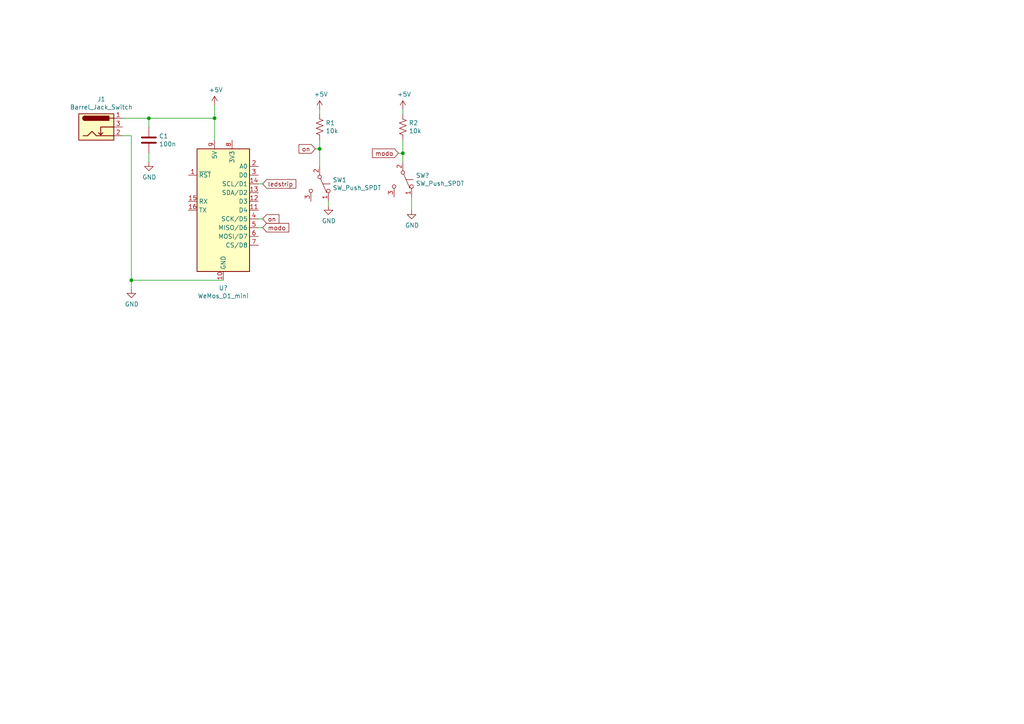
<source format=kicad_sch>
(kicad_sch (version 20211123) (generator eeschema)

  (uuid b7d605ce-e5a3-4e74-9a34-8c04b1fc2b59)

  (paper "A4")

  (lib_symbols
    (symbol "Connector:Barrel_Jack_Switch" (pin_names hide) (in_bom yes) (on_board yes)
      (property "Reference" "J" (id 0) (at 0 5.334 0)
        (effects (font (size 1.27 1.27)))
      )
      (property "Value" "Barrel_Jack_Switch" (id 1) (at 0 -5.08 0)
        (effects (font (size 1.27 1.27)))
      )
      (property "Footprint" "" (id 2) (at 1.27 -1.016 0)
        (effects (font (size 1.27 1.27)) hide)
      )
      (property "Datasheet" "~" (id 3) (at 1.27 -1.016 0)
        (effects (font (size 1.27 1.27)) hide)
      )
      (property "ki_keywords" "DC power barrel jack connector" (id 4) (at 0 0 0)
        (effects (font (size 1.27 1.27)) hide)
      )
      (property "ki_description" "DC Barrel Jack with an internal switch" (id 5) (at 0 0 0)
        (effects (font (size 1.27 1.27)) hide)
      )
      (property "ki_fp_filters" "BarrelJack*" (id 6) (at 0 0 0)
        (effects (font (size 1.27 1.27)) hide)
      )
      (symbol "Barrel_Jack_Switch_0_1"
        (rectangle (start -5.08 3.81) (end 5.08 -3.81)
          (stroke (width 0.254) (type default) (color 0 0 0 0))
          (fill (type background))
        )
        (arc (start -3.302 3.175) (mid -3.937 2.54) (end -3.302 1.905)
          (stroke (width 0.254) (type default) (color 0 0 0 0))
          (fill (type none))
        )
        (arc (start -3.302 3.175) (mid -3.937 2.54) (end -3.302 1.905)
          (stroke (width 0.254) (type default) (color 0 0 0 0))
          (fill (type outline))
        )
        (polyline
          (pts
            (xy 1.27 -2.286)
            (xy 1.905 -1.651)
          )
          (stroke (width 0.254) (type default) (color 0 0 0 0))
          (fill (type none))
        )
        (polyline
          (pts
            (xy 5.08 2.54)
            (xy 3.81 2.54)
          )
          (stroke (width 0.254) (type default) (color 0 0 0 0))
          (fill (type none))
        )
        (polyline
          (pts
            (xy 5.08 0)
            (xy 1.27 0)
            (xy 1.27 -2.286)
            (xy 0.635 -1.651)
          )
          (stroke (width 0.254) (type default) (color 0 0 0 0))
          (fill (type none))
        )
        (polyline
          (pts
            (xy -3.81 -2.54)
            (xy -2.54 -2.54)
            (xy -1.27 -1.27)
            (xy 0 -2.54)
            (xy 2.54 -2.54)
            (xy 5.08 -2.54)
          )
          (stroke (width 0.254) (type default) (color 0 0 0 0))
          (fill (type none))
        )
        (rectangle (start 3.683 3.175) (end -3.302 1.905)
          (stroke (width 0.254) (type default) (color 0 0 0 0))
          (fill (type outline))
        )
      )
      (symbol "Barrel_Jack_Switch_1_1"
        (pin passive line (at 7.62 2.54 180) (length 2.54)
          (name "~" (effects (font (size 1.27 1.27))))
          (number "1" (effects (font (size 1.27 1.27))))
        )
        (pin passive line (at 7.62 -2.54 180) (length 2.54)
          (name "~" (effects (font (size 1.27 1.27))))
          (number "2" (effects (font (size 1.27 1.27))))
        )
        (pin passive line (at 7.62 0 180) (length 2.54)
          (name "~" (effects (font (size 1.27 1.27))))
          (number "3" (effects (font (size 1.27 1.27))))
        )
      )
    )
    (symbol "Device:C" (pin_numbers hide) (pin_names (offset 0.254)) (in_bom yes) (on_board yes)
      (property "Reference" "C" (id 0) (at 0.635 2.54 0)
        (effects (font (size 1.27 1.27)) (justify left))
      )
      (property "Value" "C" (id 1) (at 0.635 -2.54 0)
        (effects (font (size 1.27 1.27)) (justify left))
      )
      (property "Footprint" "" (id 2) (at 0.9652 -3.81 0)
        (effects (font (size 1.27 1.27)) hide)
      )
      (property "Datasheet" "~" (id 3) (at 0 0 0)
        (effects (font (size 1.27 1.27)) hide)
      )
      (property "ki_keywords" "cap capacitor" (id 4) (at 0 0 0)
        (effects (font (size 1.27 1.27)) hide)
      )
      (property "ki_description" "Unpolarized capacitor" (id 5) (at 0 0 0)
        (effects (font (size 1.27 1.27)) hide)
      )
      (property "ki_fp_filters" "C_*" (id 6) (at 0 0 0)
        (effects (font (size 1.27 1.27)) hide)
      )
      (symbol "C_0_1"
        (polyline
          (pts
            (xy -2.032 -0.762)
            (xy 2.032 -0.762)
          )
          (stroke (width 0.508) (type default) (color 0 0 0 0))
          (fill (type none))
        )
        (polyline
          (pts
            (xy -2.032 0.762)
            (xy 2.032 0.762)
          )
          (stroke (width 0.508) (type default) (color 0 0 0 0))
          (fill (type none))
        )
      )
      (symbol "C_1_1"
        (pin passive line (at 0 3.81 270) (length 2.794)
          (name "~" (effects (font (size 1.27 1.27))))
          (number "1" (effects (font (size 1.27 1.27))))
        )
        (pin passive line (at 0 -3.81 90) (length 2.794)
          (name "~" (effects (font (size 1.27 1.27))))
          (number "2" (effects (font (size 1.27 1.27))))
        )
      )
    )
    (symbol "Device:R_US" (pin_numbers hide) (pin_names (offset 0)) (in_bom yes) (on_board yes)
      (property "Reference" "R" (id 0) (at 2.54 0 90)
        (effects (font (size 1.27 1.27)))
      )
      (property "Value" "R_US" (id 1) (at -2.54 0 90)
        (effects (font (size 1.27 1.27)))
      )
      (property "Footprint" "" (id 2) (at 1.016 -0.254 90)
        (effects (font (size 1.27 1.27)) hide)
      )
      (property "Datasheet" "~" (id 3) (at 0 0 0)
        (effects (font (size 1.27 1.27)) hide)
      )
      (property "ki_keywords" "R res resistor" (id 4) (at 0 0 0)
        (effects (font (size 1.27 1.27)) hide)
      )
      (property "ki_description" "Resistor, US symbol" (id 5) (at 0 0 0)
        (effects (font (size 1.27 1.27)) hide)
      )
      (property "ki_fp_filters" "R_*" (id 6) (at 0 0 0)
        (effects (font (size 1.27 1.27)) hide)
      )
      (symbol "R_US_0_1"
        (polyline
          (pts
            (xy 0 -2.286)
            (xy 0 -2.54)
          )
          (stroke (width 0) (type default) (color 0 0 0 0))
          (fill (type none))
        )
        (polyline
          (pts
            (xy 0 2.286)
            (xy 0 2.54)
          )
          (stroke (width 0) (type default) (color 0 0 0 0))
          (fill (type none))
        )
        (polyline
          (pts
            (xy 0 -0.762)
            (xy 1.016 -1.143)
            (xy 0 -1.524)
            (xy -1.016 -1.905)
            (xy 0 -2.286)
          )
          (stroke (width 0) (type default) (color 0 0 0 0))
          (fill (type none))
        )
        (polyline
          (pts
            (xy 0 0.762)
            (xy 1.016 0.381)
            (xy 0 0)
            (xy -1.016 -0.381)
            (xy 0 -0.762)
          )
          (stroke (width 0) (type default) (color 0 0 0 0))
          (fill (type none))
        )
        (polyline
          (pts
            (xy 0 2.286)
            (xy 1.016 1.905)
            (xy 0 1.524)
            (xy -1.016 1.143)
            (xy 0 0.762)
          )
          (stroke (width 0) (type default) (color 0 0 0 0))
          (fill (type none))
        )
      )
      (symbol "R_US_1_1"
        (pin passive line (at 0 3.81 270) (length 1.27)
          (name "~" (effects (font (size 1.27 1.27))))
          (number "1" (effects (font (size 1.27 1.27))))
        )
        (pin passive line (at 0 -3.81 90) (length 1.27)
          (name "~" (effects (font (size 1.27 1.27))))
          (number "2" (effects (font (size 1.27 1.27))))
        )
      )
    )
    (symbol "MCU_Module:WeMos_D1_mini" (in_bom yes) (on_board yes)
      (property "Reference" "U" (id 0) (at 3.81 19.05 0)
        (effects (font (size 1.27 1.27)) (justify left))
      )
      (property "Value" "WeMos_D1_mini" (id 1) (at 1.27 -19.05 0)
        (effects (font (size 1.27 1.27)) (justify left))
      )
      (property "Footprint" "Module:WEMOS_D1_mini_light" (id 2) (at 0 -29.21 0)
        (effects (font (size 1.27 1.27)) hide)
      )
      (property "Datasheet" "https://wiki.wemos.cc/products:d1:d1_mini#documentation" (id 3) (at -46.99 -29.21 0)
        (effects (font (size 1.27 1.27)) hide)
      )
      (property "ki_keywords" "ESP8266 WiFi microcontroller ESP8266EX" (id 4) (at 0 0 0)
        (effects (font (size 1.27 1.27)) hide)
      )
      (property "ki_description" "32-bit microcontroller module with WiFi" (id 5) (at 0 0 0)
        (effects (font (size 1.27 1.27)) hide)
      )
      (property "ki_fp_filters" "WEMOS*D1*mini*" (id 6) (at 0 0 0)
        (effects (font (size 1.27 1.27)) hide)
      )
      (symbol "WeMos_D1_mini_1_1"
        (rectangle (start -7.62 17.78) (end 7.62 -17.78)
          (stroke (width 0.254) (type default) (color 0 0 0 0))
          (fill (type background))
        )
        (pin input line (at -10.16 10.16 0) (length 2.54)
          (name "~{RST}" (effects (font (size 1.27 1.27))))
          (number "1" (effects (font (size 1.27 1.27))))
        )
        (pin power_in line (at 0 -20.32 90) (length 2.54)
          (name "GND" (effects (font (size 1.27 1.27))))
          (number "10" (effects (font (size 1.27 1.27))))
        )
        (pin bidirectional line (at 10.16 0 180) (length 2.54)
          (name "D4" (effects (font (size 1.27 1.27))))
          (number "11" (effects (font (size 1.27 1.27))))
        )
        (pin bidirectional line (at 10.16 2.54 180) (length 2.54)
          (name "D3" (effects (font (size 1.27 1.27))))
          (number "12" (effects (font (size 1.27 1.27))))
        )
        (pin bidirectional line (at 10.16 5.08 180) (length 2.54)
          (name "SDA/D2" (effects (font (size 1.27 1.27))))
          (number "13" (effects (font (size 1.27 1.27))))
        )
        (pin bidirectional line (at 10.16 7.62 180) (length 2.54)
          (name "SCL/D1" (effects (font (size 1.27 1.27))))
          (number "14" (effects (font (size 1.27 1.27))))
        )
        (pin input line (at -10.16 2.54 0) (length 2.54)
          (name "RX" (effects (font (size 1.27 1.27))))
          (number "15" (effects (font (size 1.27 1.27))))
        )
        (pin output line (at -10.16 0 0) (length 2.54)
          (name "TX" (effects (font (size 1.27 1.27))))
          (number "16" (effects (font (size 1.27 1.27))))
        )
        (pin input line (at 10.16 12.7 180) (length 2.54)
          (name "A0" (effects (font (size 1.27 1.27))))
          (number "2" (effects (font (size 1.27 1.27))))
        )
        (pin bidirectional line (at 10.16 10.16 180) (length 2.54)
          (name "D0" (effects (font (size 1.27 1.27))))
          (number "3" (effects (font (size 1.27 1.27))))
        )
        (pin bidirectional line (at 10.16 -2.54 180) (length 2.54)
          (name "SCK/D5" (effects (font (size 1.27 1.27))))
          (number "4" (effects (font (size 1.27 1.27))))
        )
        (pin bidirectional line (at 10.16 -5.08 180) (length 2.54)
          (name "MISO/D6" (effects (font (size 1.27 1.27))))
          (number "5" (effects (font (size 1.27 1.27))))
        )
        (pin bidirectional line (at 10.16 -7.62 180) (length 2.54)
          (name "MOSI/D7" (effects (font (size 1.27 1.27))))
          (number "6" (effects (font (size 1.27 1.27))))
        )
        (pin bidirectional line (at 10.16 -10.16 180) (length 2.54)
          (name "CS/D8" (effects (font (size 1.27 1.27))))
          (number "7" (effects (font (size 1.27 1.27))))
        )
        (pin power_out line (at 2.54 20.32 270) (length 2.54)
          (name "3V3" (effects (font (size 1.27 1.27))))
          (number "8" (effects (font (size 1.27 1.27))))
        )
        (pin power_in line (at -2.54 20.32 270) (length 2.54)
          (name "5V" (effects (font (size 1.27 1.27))))
          (number "9" (effects (font (size 1.27 1.27))))
        )
      )
    )
    (symbol "Switch:SW_Push_SPDT" (pin_names (offset 0) hide) (in_bom yes) (on_board yes)
      (property "Reference" "SW" (id 0) (at 0 4.318 0)
        (effects (font (size 1.27 1.27)))
      )
      (property "Value" "SW_Push_SPDT" (id 1) (at 0 -5.08 0)
        (effects (font (size 1.27 1.27)))
      )
      (property "Footprint" "" (id 2) (at 0 0 0)
        (effects (font (size 1.27 1.27)) hide)
      )
      (property "Datasheet" "~" (id 3) (at 0 0 0)
        (effects (font (size 1.27 1.27)) hide)
      )
      (property "ki_keywords" "switch single-pole double-throw spdt ON-ON" (id 4) (at 0 0 0)
        (effects (font (size 1.27 1.27)) hide)
      )
      (property "ki_description" "Momentary Switch, single pole double throw" (id 5) (at 0 0 0)
        (effects (font (size 1.27 1.27)) hide)
      )
      (symbol "SW_Push_SPDT_0_0"
        (circle (center -2.032 0) (radius 0.508)
          (stroke (width 0) (type default) (color 0 0 0 0))
          (fill (type none))
        )
        (polyline
          (pts
            (xy 0 1.016)
            (xy 0 3.048)
          )
          (stroke (width 0) (type default) (color 0 0 0 0))
          (fill (type none))
        )
        (circle (center 2.032 -2.54) (radius 0.508)
          (stroke (width 0) (type default) (color 0 0 0 0))
          (fill (type none))
        )
      )
      (symbol "SW_Push_SPDT_0_1"
        (polyline
          (pts
            (xy -1.524 0.254)
            (xy 2.54 2.032)
          )
          (stroke (width 0) (type default) (color 0 0 0 0))
          (fill (type none))
        )
        (circle (center 2.032 2.54) (radius 0.508)
          (stroke (width 0) (type default) (color 0 0 0 0))
          (fill (type none))
        )
      )
      (symbol "SW_Push_SPDT_1_1"
        (pin passive line (at 5.08 2.54 180) (length 2.54)
          (name "A" (effects (font (size 1.27 1.27))))
          (number "1" (effects (font (size 1.27 1.27))))
        )
        (pin passive line (at -5.08 0 0) (length 2.54)
          (name "B" (effects (font (size 1.27 1.27))))
          (number "2" (effects (font (size 1.27 1.27))))
        )
        (pin passive line (at 5.08 -2.54 180) (length 2.54)
          (name "C" (effects (font (size 1.27 1.27))))
          (number "3" (effects (font (size 1.27 1.27))))
        )
      )
    )
    (symbol "power:+5V" (power) (pin_names (offset 0)) (in_bom yes) (on_board yes)
      (property "Reference" "#PWR" (id 0) (at 0 -3.81 0)
        (effects (font (size 1.27 1.27)) hide)
      )
      (property "Value" "+5V" (id 1) (at 0 3.556 0)
        (effects (font (size 1.27 1.27)))
      )
      (property "Footprint" "" (id 2) (at 0 0 0)
        (effects (font (size 1.27 1.27)) hide)
      )
      (property "Datasheet" "" (id 3) (at 0 0 0)
        (effects (font (size 1.27 1.27)) hide)
      )
      (property "ki_keywords" "power-flag" (id 4) (at 0 0 0)
        (effects (font (size 1.27 1.27)) hide)
      )
      (property "ki_description" "Power symbol creates a global label with name \"+5V\"" (id 5) (at 0 0 0)
        (effects (font (size 1.27 1.27)) hide)
      )
      (symbol "+5V_0_1"
        (polyline
          (pts
            (xy -0.762 1.27)
            (xy 0 2.54)
          )
          (stroke (width 0) (type default) (color 0 0 0 0))
          (fill (type none))
        )
        (polyline
          (pts
            (xy 0 0)
            (xy 0 2.54)
          )
          (stroke (width 0) (type default) (color 0 0 0 0))
          (fill (type none))
        )
        (polyline
          (pts
            (xy 0 2.54)
            (xy 0.762 1.27)
          )
          (stroke (width 0) (type default) (color 0 0 0 0))
          (fill (type none))
        )
      )
      (symbol "+5V_1_1"
        (pin power_in line (at 0 0 90) (length 0) hide
          (name "+5V" (effects (font (size 1.27 1.27))))
          (number "1" (effects (font (size 1.27 1.27))))
        )
      )
    )
    (symbol "power:GND" (power) (pin_names (offset 0)) (in_bom yes) (on_board yes)
      (property "Reference" "#PWR" (id 0) (at 0 -6.35 0)
        (effects (font (size 1.27 1.27)) hide)
      )
      (property "Value" "GND" (id 1) (at 0 -3.81 0)
        (effects (font (size 1.27 1.27)))
      )
      (property "Footprint" "" (id 2) (at 0 0 0)
        (effects (font (size 1.27 1.27)) hide)
      )
      (property "Datasheet" "" (id 3) (at 0 0 0)
        (effects (font (size 1.27 1.27)) hide)
      )
      (property "ki_keywords" "power-flag" (id 4) (at 0 0 0)
        (effects (font (size 1.27 1.27)) hide)
      )
      (property "ki_description" "Power symbol creates a global label with name \"GND\" , ground" (id 5) (at 0 0 0)
        (effects (font (size 1.27 1.27)) hide)
      )
      (symbol "GND_0_1"
        (polyline
          (pts
            (xy 0 0)
            (xy 0 -1.27)
            (xy 1.27 -1.27)
            (xy 0 -2.54)
            (xy -1.27 -1.27)
            (xy 0 -1.27)
          )
          (stroke (width 0) (type default) (color 0 0 0 0))
          (fill (type none))
        )
      )
      (symbol "GND_1_1"
        (pin power_in line (at 0 0 270) (length 0) hide
          (name "GND" (effects (font (size 1.27 1.27))))
          (number "1" (effects (font (size 1.27 1.27))))
        )
      )
    )
  )

  (junction (at 43.18 34.29) (diameter 0) (color 0 0 0 0)
    (uuid 1993f032-80e1-4797-8f2e-a588b8bd420d)
  )
  (junction (at 116.84 44.45) (diameter 0) (color 0 0 0 0)
    (uuid 2185f089-fbba-4202-b3e9-d99b1fa9aa58)
  )
  (junction (at 38.1 81.28) (diameter 0) (color 0 0 0 0)
    (uuid 3eac9140-6748-411c-8940-424af13ef800)
  )
  (junction (at 62.23 34.29) (diameter 0) (color 0 0 0 0)
    (uuid 44887330-6666-4d30-87de-be4ab9f54a39)
  )
  (junction (at 92.71 43.18) (diameter 0) (color 0 0 0 0)
    (uuid bf1aca93-f32a-440d-aaab-4a0614ae95c3)
  )

  (wire (pts (xy 62.23 30.48) (xy 62.23 34.29))
    (stroke (width 0) (type default) (color 0 0 0 0))
    (uuid 08bcfedb-1412-4b07-bdeb-9aed1aa055cd)
  )
  (wire (pts (xy 91.44 43.18) (xy 92.71 43.18))
    (stroke (width 0) (type default) (color 0 0 0 0))
    (uuid 13558052-2bd0-4b4f-adc7-2b998e088f3d)
  )
  (wire (pts (xy 38.1 83.82) (xy 38.1 81.28))
    (stroke (width 0) (type default) (color 0 0 0 0))
    (uuid 2e52c009-bea3-4a9f-9cc0-9ef461a54c98)
  )
  (wire (pts (xy 92.71 31.75) (xy 92.71 33.02))
    (stroke (width 0) (type default) (color 0 0 0 0))
    (uuid 35c54e9e-0143-4f75-8ba0-6b1f1b34d949)
  )
  (wire (pts (xy 116.84 31.75) (xy 116.84 33.02))
    (stroke (width 0) (type default) (color 0 0 0 0))
    (uuid 41568d36-71a3-4082-a135-bcf4a929ce9c)
  )
  (wire (pts (xy 115.57 44.45) (xy 116.84 44.45))
    (stroke (width 0) (type default) (color 0 0 0 0))
    (uuid 4d5d3253-f9ba-44c6-9a80-4285aa9b5fa0)
  )
  (wire (pts (xy 116.84 40.64) (xy 116.84 44.45))
    (stroke (width 0) (type default) (color 0 0 0 0))
    (uuid 4ea9173b-5d62-47b8-8167-571e86a2c1cc)
  )
  (wire (pts (xy 92.71 48.26) (xy 92.71 43.18))
    (stroke (width 0) (type default) (color 0 0 0 0))
    (uuid 51795fea-3678-46e1-b031-b1a74b6c5f44)
  )
  (wire (pts (xy 38.1 39.37) (xy 35.56 39.37))
    (stroke (width 0) (type default) (color 0 0 0 0))
    (uuid 537f37d6-8827-4507-a032-5f1f06562c82)
  )
  (wire (pts (xy 43.18 34.29) (xy 62.23 34.29))
    (stroke (width 0) (type default) (color 0 0 0 0))
    (uuid 546b6c51-007e-40b0-a761-9ab9d01c9ba4)
  )
  (wire (pts (xy 95.25 59.69) (xy 95.25 58.42))
    (stroke (width 0) (type default) (color 0 0 0 0))
    (uuid 5c5e90c2-00a9-4080-9791-c1d6621b345e)
  )
  (wire (pts (xy 76.2 53.34) (xy 74.93 53.34))
    (stroke (width 0) (type default) (color 0 0 0 0))
    (uuid 652003f4-950a-40d9-95ba-a53926a96bfb)
  )
  (wire (pts (xy 43.18 44.45) (xy 43.18 46.99))
    (stroke (width 0) (type default) (color 0 0 0 0))
    (uuid 71350c9e-a5a5-4d16-b5ba-0fab365abddd)
  )
  (wire (pts (xy 76.2 63.5) (xy 74.93 63.5))
    (stroke (width 0) (type default) (color 0 0 0 0))
    (uuid 744b75fe-c887-4306-b1a1-7d66c88a3077)
  )
  (wire (pts (xy 116.84 44.45) (xy 116.84 46.99))
    (stroke (width 0) (type default) (color 0 0 0 0))
    (uuid 7622ff9e-7f80-4ad1-bc1b-8ec3a06bced1)
  )
  (wire (pts (xy 64.77 81.28) (xy 38.1 81.28))
    (stroke (width 0) (type default) (color 0 0 0 0))
    (uuid 88d3178e-a31e-4a34-8d53-988d14f80a97)
  )
  (wire (pts (xy 35.56 34.29) (xy 43.18 34.29))
    (stroke (width 0) (type default) (color 0 0 0 0))
    (uuid 8f31dc63-61b6-4e0a-a2c3-e0b86141fa72)
  )
  (wire (pts (xy 38.1 81.28) (xy 38.1 39.37))
    (stroke (width 0) (type default) (color 0 0 0 0))
    (uuid 9e2c04de-7db4-45c7-b1aa-bd306eed47bd)
  )
  (wire (pts (xy 119.38 57.15) (xy 119.38 60.96))
    (stroke (width 0) (type default) (color 0 0 0 0))
    (uuid b249a349-589a-4715-a459-e3bb2d1d130b)
  )
  (wire (pts (xy 92.71 43.18) (xy 92.71 40.64))
    (stroke (width 0) (type default) (color 0 0 0 0))
    (uuid b371cba9-426b-43a5-a394-46d6b97de420)
  )
  (wire (pts (xy 76.2 66.04) (xy 74.93 66.04))
    (stroke (width 0) (type default) (color 0 0 0 0))
    (uuid cb712d2e-cc88-4242-ba75-0cd0c21d226a)
  )
  (wire (pts (xy 62.23 34.29) (xy 62.23 40.64))
    (stroke (width 0) (type default) (color 0 0 0 0))
    (uuid cdb227b9-c31f-4e71-82e2-f8589690964c)
  )
  (wire (pts (xy 43.18 36.83) (xy 43.18 34.29))
    (stroke (width 0) (type default) (color 0 0 0 0))
    (uuid f78f0f5d-fc99-4087-8419-b99b3aabe2a4)
  )

  (global_label "on" (shape input) (at 91.44 43.18 180) (fields_autoplaced)
    (effects (font (size 1.27 1.27)) (justify right))
    (uuid 14ad5bb8-dd30-4d73-8a4e-2aa6e15b4b5d)
    (property "Intersheet References" "${INTERSHEET_REFS}" (id 0) (at 0 0 0)
      (effects (font (size 1.27 1.27)) hide)
    )
  )
  (global_label "on" (shape input) (at 76.2 63.5 0) (fields_autoplaced)
    (effects (font (size 1.27 1.27)) (justify left))
    (uuid 2154eea2-5369-4ecd-8339-e78133c91369)
    (property "Intersheet References" "${INTERSHEET_REFS}" (id 0) (at 0 0 0)
      (effects (font (size 1.27 1.27)) hide)
    )
  )
  (global_label "modo" (shape input) (at 76.2 66.04 0) (fields_autoplaced)
    (effects (font (size 1.27 1.27)) (justify left))
    (uuid 7e566157-3c67-4419-ae85-56e4c36c1fdb)
    (property "Intersheet References" "${INTERSHEET_REFS}" (id 0) (at 0 0 0)
      (effects (font (size 1.27 1.27)) hide)
    )
  )
  (global_label "modo" (shape input) (at 115.57 44.45 180) (fields_autoplaced)
    (effects (font (size 1.27 1.27)) (justify right))
    (uuid a0a219c8-e45b-41d4-8b87-94cb1e2a8e7d)
    (property "Intersheet References" "${INTERSHEET_REFS}" (id 0) (at 0 0 0)
      (effects (font (size 1.27 1.27)) hide)
    )
  )
  (global_label "ledstrip" (shape input) (at 76.2 53.34 0) (fields_autoplaced)
    (effects (font (size 1.27 1.27)) (justify left))
    (uuid e1ca957d-e5b7-4515-98b3-d3fa66b28312)
    (property "Intersheet References" "${INTERSHEET_REFS}" (id 0) (at 0 0 0)
      (effects (font (size 1.27 1.27)) hide)
    )
  )

  (symbol (lib_id "MCU_Module:WeMos_D1_mini") (at 64.77 60.96 0) (unit 1)
    (in_bom yes) (on_board yes)
    (uuid 00000000-0000-0000-0000-000060ea0322)
    (property "Reference" "U?" (id 0) (at 64.77 83.5406 0))
    (property "Value" "WeMos_D1_mini" (id 1) (at 64.77 85.852 0))
    (property "Footprint" "Module:WEMOS_D1_mini_light" (id 2) (at 64.77 90.17 0)
      (effects (font (size 1.27 1.27)) hide)
    )
    (property "Datasheet" "https://wiki.wemos.cc/products:d1:d1_mini#documentation" (id 3) (at 17.78 90.17 0)
      (effects (font (size 1.27 1.27)) hide)
    )
    (pin "1" (uuid ad0a0e20-d72e-4c6e-ad20-40a595a5b14d))
    (pin "10" (uuid 8d95501e-0ea3-4f10-8ec2-f980e6b2e165))
    (pin "11" (uuid d43e1928-d946-4255-bc6e-0d00745f73aa))
    (pin "12" (uuid 0915a756-143e-45ac-aa20-737bb7ce9f1f))
    (pin "13" (uuid 38ad8327-0815-4158-9a8c-e88cc325780a))
    (pin "14" (uuid d6f3eb38-01d8-4883-927a-cb503feb5b18))
    (pin "15" (uuid 0e1cdfbf-e911-4994-aeac-4810e5e5c674))
    (pin "16" (uuid 7f38ab7a-152d-427b-958f-6c0e04d449aa))
    (pin "2" (uuid 79721397-a356-4c9f-959c-f2a5e096e060))
    (pin "3" (uuid 46b1a930-d0b7-4ee9-b972-698a7dc25802))
    (pin "4" (uuid 8e0ddb4d-32ad-4456-aa98-a23404f83da9))
    (pin "5" (uuid 367744e1-d2ab-4da4-aa02-adb44994f5b0))
    (pin "6" (uuid f4ce7c77-a452-4446-866d-c984f8da7e4a))
    (pin "7" (uuid 6c1475c8-b11e-48ed-a709-507d2956168e))
    (pin "8" (uuid f57cf498-0520-4596-96e2-e2db6b0b74f3))
    (pin "9" (uuid 5cafd9e5-4d44-417e-b1bf-c45987b0a589))
  )

  (symbol (lib_id "Connector:Barrel_Jack_Switch") (at 27.94 36.83 0) (unit 1)
    (in_bom yes) (on_board yes)
    (uuid 00000000-0000-0000-0000-000060ea14e8)
    (property "Reference" "J1" (id 0) (at 29.3878 28.7782 0))
    (property "Value" "Barrel_Jack_Switch" (id 1) (at 29.3878 31.0896 0))
    (property "Footprint" "" (id 2) (at 29.21 37.846 0)
      (effects (font (size 1.27 1.27)) hide)
    )
    (property "Datasheet" "~" (id 3) (at 29.21 37.846 0)
      (effects (font (size 1.27 1.27)) hide)
    )
    (pin "1" (uuid 11910eea-27d7-4893-9f08-0bc8426e442c))
    (pin "2" (uuid 8a43c1a4-0a39-49c4-b130-99b553aeb979))
    (pin "3" (uuid 02c0dc72-b323-49c6-a849-27bad9ccc909))
  )

  (symbol (lib_id "power:GND") (at 38.1 83.82 0) (unit 1)
    (in_bom yes) (on_board yes)
    (uuid 00000000-0000-0000-0000-000060ea21dd)
    (property "Reference" "#PWR?" (id 0) (at 38.1 90.17 0)
      (effects (font (size 1.27 1.27)) hide)
    )
    (property "Value" "GND" (id 1) (at 38.227 88.2142 0))
    (property "Footprint" "" (id 2) (at 38.1 83.82 0)
      (effects (font (size 1.27 1.27)) hide)
    )
    (property "Datasheet" "" (id 3) (at 38.1 83.82 0)
      (effects (font (size 1.27 1.27)) hide)
    )
    (pin "1" (uuid 0248df5b-d2f4-43e2-8b5d-2780603fcd12))
  )

  (symbol (lib_id "Switch:SW_Push_SPDT") (at 92.71 53.34 270) (unit 1)
    (in_bom yes) (on_board yes)
    (uuid 00000000-0000-0000-0000-000060ea2d70)
    (property "Reference" "SW1" (id 0) (at 96.4692 52.1716 90)
      (effects (font (size 1.27 1.27)) (justify left))
    )
    (property "Value" "SW_Push_SPDT" (id 1) (at 96.4692 54.483 90)
      (effects (font (size 1.27 1.27)) (justify left))
    )
    (property "Footprint" "" (id 2) (at 92.71 53.34 0)
      (effects (font (size 1.27 1.27)) hide)
    )
    (property "Datasheet" "~" (id 3) (at 92.71 53.34 0)
      (effects (font (size 1.27 1.27)) hide)
    )
    (pin "1" (uuid 09afb2b5-6853-4120-bb15-39a6c95d75d7))
    (pin "2" (uuid 55205575-7819-4b4d-83b6-205138febf54))
    (pin "3" (uuid 0500f599-9973-4639-b2a7-e15e57543c9b))
  )

  (symbol (lib_id "Switch:SW_Push_SPDT") (at 116.84 52.07 270) (unit 1)
    (in_bom yes) (on_board yes)
    (uuid 00000000-0000-0000-0000-000060ea39c4)
    (property "Reference" "SW?" (id 0) (at 120.5992 50.9016 90)
      (effects (font (size 1.27 1.27)) (justify left))
    )
    (property "Value" "SW_Push_SPDT" (id 1) (at 120.5992 53.213 90)
      (effects (font (size 1.27 1.27)) (justify left))
    )
    (property "Footprint" "" (id 2) (at 116.84 52.07 0)
      (effects (font (size 1.27 1.27)) hide)
    )
    (property "Datasheet" "~" (id 3) (at 116.84 52.07 0)
      (effects (font (size 1.27 1.27)) hide)
    )
    (pin "1" (uuid cd546e9c-c0a3-404f-8359-c6039fd64efc))
    (pin "2" (uuid cd686565-4ed9-4c81-872a-8e34b596f8c0))
    (pin "3" (uuid ab03f18a-7391-4fb5-a417-5e24f9e31fa4))
  )

  (symbol (lib_id "Device:R_US") (at 92.71 36.83 0) (unit 1)
    (in_bom yes) (on_board yes)
    (uuid 00000000-0000-0000-0000-000060ea4415)
    (property "Reference" "R1" (id 0) (at 94.4372 35.6616 0)
      (effects (font (size 1.27 1.27)) (justify left))
    )
    (property "Value" "10k" (id 1) (at 94.4372 37.973 0)
      (effects (font (size 1.27 1.27)) (justify left))
    )
    (property "Footprint" "Resistor_THT:R_Axial_DIN0207_L6.3mm_D2.5mm_P7.62mm_Horizontal" (id 2) (at 93.726 37.084 90)
      (effects (font (size 1.27 1.27)) hide)
    )
    (property "Datasheet" "~" (id 3) (at 92.71 36.83 0)
      (effects (font (size 1.27 1.27)) hide)
    )
    (pin "1" (uuid 5f73bed5-4270-4b14-9fb9-5951582c29cb))
    (pin "2" (uuid 3f1ddc98-c33e-43f0-8add-76d365e343d8))
  )

  (symbol (lib_id "Device:R_US") (at 116.84 36.83 0) (unit 1)
    (in_bom yes) (on_board yes)
    (uuid 00000000-0000-0000-0000-000060ea49e0)
    (property "Reference" "R2" (id 0) (at 118.5672 35.6616 0)
      (effects (font (size 1.27 1.27)) (justify left))
    )
    (property "Value" "10k" (id 1) (at 118.5672 37.973 0)
      (effects (font (size 1.27 1.27)) (justify left))
    )
    (property "Footprint" "Resistor_THT:R_Axial_DIN0207_L6.3mm_D2.5mm_P7.62mm_Horizontal" (id 2) (at 117.856 37.084 90)
      (effects (font (size 1.27 1.27)) hide)
    )
    (property "Datasheet" "~" (id 3) (at 116.84 36.83 0)
      (effects (font (size 1.27 1.27)) hide)
    )
    (pin "1" (uuid c34d4825-ec3a-4470-be94-3a340217835e))
    (pin "2" (uuid 4468fb33-6fd6-492b-a61f-a18a555f25d5))
  )

  (symbol (lib_id "power:GND") (at 95.25 59.69 0) (unit 1)
    (in_bom yes) (on_board yes)
    (uuid 00000000-0000-0000-0000-000060ea5b73)
    (property "Reference" "#PWR?" (id 0) (at 95.25 66.04 0)
      (effects (font (size 1.27 1.27)) hide)
    )
    (property "Value" "GND" (id 1) (at 95.377 64.0842 0))
    (property "Footprint" "" (id 2) (at 95.25 59.69 0)
      (effects (font (size 1.27 1.27)) hide)
    )
    (property "Datasheet" "" (id 3) (at 95.25 59.69 0)
      (effects (font (size 1.27 1.27)) hide)
    )
    (pin "1" (uuid 22b98932-c403-4aaa-a036-255a8db0b012))
  )

  (symbol (lib_id "power:GND") (at 119.38 60.96 0) (unit 1)
    (in_bom yes) (on_board yes)
    (uuid 00000000-0000-0000-0000-000060ea5e8d)
    (property "Reference" "#PWR?" (id 0) (at 119.38 67.31 0)
      (effects (font (size 1.27 1.27)) hide)
    )
    (property "Value" "GND" (id 1) (at 119.507 65.3542 0))
    (property "Footprint" "" (id 2) (at 119.38 60.96 0)
      (effects (font (size 1.27 1.27)) hide)
    )
    (property "Datasheet" "" (id 3) (at 119.38 60.96 0)
      (effects (font (size 1.27 1.27)) hide)
    )
    (pin "1" (uuid 51df859c-4e92-49ec-9c4d-ea0a7f1f9258))
  )

  (symbol (lib_id "power:+5V") (at 92.71 31.75 0) (unit 1)
    (in_bom yes) (on_board yes)
    (uuid 00000000-0000-0000-0000-000060ea71fc)
    (property "Reference" "#PWR?" (id 0) (at 92.71 35.56 0)
      (effects (font (size 1.27 1.27)) hide)
    )
    (property "Value" "+5V" (id 1) (at 93.091 27.3558 0))
    (property "Footprint" "" (id 2) (at 92.71 31.75 0)
      (effects (font (size 1.27 1.27)) hide)
    )
    (property "Datasheet" "" (id 3) (at 92.71 31.75 0)
      (effects (font (size 1.27 1.27)) hide)
    )
    (pin "1" (uuid 6de171a1-99ca-403c-a936-57d8c510249a))
  )

  (symbol (lib_id "power:+5V") (at 116.84 31.75 0) (unit 1)
    (in_bom yes) (on_board yes)
    (uuid 00000000-0000-0000-0000-000060ea76c5)
    (property "Reference" "#PWR?" (id 0) (at 116.84 35.56 0)
      (effects (font (size 1.27 1.27)) hide)
    )
    (property "Value" "+5V" (id 1) (at 117.221 27.3558 0))
    (property "Footprint" "" (id 2) (at 116.84 31.75 0)
      (effects (font (size 1.27 1.27)) hide)
    )
    (property "Datasheet" "" (id 3) (at 116.84 31.75 0)
      (effects (font (size 1.27 1.27)) hide)
    )
    (pin "1" (uuid f1163e7f-c5ad-45c5-8273-912d7f2a2654))
  )

  (symbol (lib_id "power:+5V") (at 62.23 30.48 0) (unit 1)
    (in_bom yes) (on_board yes)
    (uuid 00000000-0000-0000-0000-000060ea8005)
    (property "Reference" "#PWR?" (id 0) (at 62.23 34.29 0)
      (effects (font (size 1.27 1.27)) hide)
    )
    (property "Value" "+5V" (id 1) (at 62.611 26.0858 0))
    (property "Footprint" "" (id 2) (at 62.23 30.48 0)
      (effects (font (size 1.27 1.27)) hide)
    )
    (property "Datasheet" "" (id 3) (at 62.23 30.48 0)
      (effects (font (size 1.27 1.27)) hide)
    )
    (pin "1" (uuid 0c545b17-fa3f-4c84-a343-118fc7e4e628))
  )

  (symbol (lib_id "Device:C") (at 43.18 40.64 0) (unit 1)
    (in_bom yes) (on_board yes)
    (uuid 00000000-0000-0000-0000-000060ec9b76)
    (property "Reference" "C1" (id 0) (at 46.101 39.4716 0)
      (effects (font (size 1.27 1.27)) (justify left))
    )
    (property "Value" "100n" (id 1) (at 46.101 41.783 0)
      (effects (font (size 1.27 1.27)) (justify left))
    )
    (property "Footprint" "" (id 2) (at 44.1452 44.45 0)
      (effects (font (size 1.27 1.27)) hide)
    )
    (property "Datasheet" "~" (id 3) (at 43.18 40.64 0)
      (effects (font (size 1.27 1.27)) hide)
    )
    (pin "1" (uuid 618dd277-f8b7-4243-b98c-a35d0684641b))
    (pin "2" (uuid bce97e39-d572-4f56-9896-364edff88cd3))
  )

  (symbol (lib_id "power:GND") (at 43.18 46.99 0) (unit 1)
    (in_bom yes) (on_board yes)
    (uuid 00000000-0000-0000-0000-000060eca35d)
    (property "Reference" "#PWR?" (id 0) (at 43.18 53.34 0)
      (effects (font (size 1.27 1.27)) hide)
    )
    (property "Value" "GND" (id 1) (at 43.307 51.3842 0))
    (property "Footprint" "" (id 2) (at 43.18 46.99 0)
      (effects (font (size 1.27 1.27)) hide)
    )
    (property "Datasheet" "" (id 3) (at 43.18 46.99 0)
      (effects (font (size 1.27 1.27)) hide)
    )
    (pin "1" (uuid 650dcd6b-c2cc-429e-be42-d165fc731871))
  )

  (sheet_instances
    (path "/" (page "1"))
  )

  (symbol_instances
    (path "/00000000-0000-0000-0000-000060ea21dd"
      (reference "#PWR?") (unit 1) (value "GND") (footprint "")
    )
    (path "/00000000-0000-0000-0000-000060ea5b73"
      (reference "#PWR?") (unit 1) (value "GND") (footprint "")
    )
    (path "/00000000-0000-0000-0000-000060ea5e8d"
      (reference "#PWR?") (unit 1) (value "GND") (footprint "")
    )
    (path "/00000000-0000-0000-0000-000060ea71fc"
      (reference "#PWR?") (unit 1) (value "+5V") (footprint "")
    )
    (path "/00000000-0000-0000-0000-000060ea76c5"
      (reference "#PWR?") (unit 1) (value "+5V") (footprint "")
    )
    (path "/00000000-0000-0000-0000-000060ea8005"
      (reference "#PWR?") (unit 1) (value "+5V") (footprint "")
    )
    (path "/00000000-0000-0000-0000-000060eca35d"
      (reference "#PWR?") (unit 1) (value "GND") (footprint "")
    )
    (path "/00000000-0000-0000-0000-000060ec9b76"
      (reference "C1") (unit 1) (value "100n") (footprint "")
    )
    (path "/00000000-0000-0000-0000-000060ea14e8"
      (reference "J1") (unit 1) (value "Barrel_Jack_Switch") (footprint "")
    )
    (path "/00000000-0000-0000-0000-000060ea4415"
      (reference "R1") (unit 1) (value "10k") (footprint "Resistor_THT:R_Axial_DIN0207_L6.3mm_D2.5mm_P7.62mm_Horizontal")
    )
    (path "/00000000-0000-0000-0000-000060ea49e0"
      (reference "R2") (unit 1) (value "10k") (footprint "Resistor_THT:R_Axial_DIN0207_L6.3mm_D2.5mm_P7.62mm_Horizontal")
    )
    (path "/00000000-0000-0000-0000-000060ea2d70"
      (reference "SW1") (unit 1) (value "SW_Push_SPDT") (footprint "")
    )
    (path "/00000000-0000-0000-0000-000060ea39c4"
      (reference "SW?") (unit 1) (value "SW_Push_SPDT") (footprint "")
    )
    (path "/00000000-0000-0000-0000-000060ea0322"
      (reference "U?") (unit 1) (value "WeMos_D1_mini") (footprint "Module:WEMOS_D1_mini_light")
    )
  )
)

</source>
